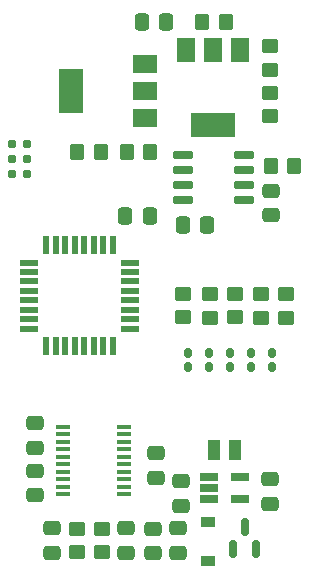
<source format=gbr>
%TF.GenerationSoftware,KiCad,Pcbnew,(6.0.10)*%
%TF.CreationDate,2023-02-16T14:40:38+00:00*%
%TF.ProjectId,Supplytest,53757070-6c79-4746-9573-742e6b696361,rev?*%
%TF.SameCoordinates,Original*%
%TF.FileFunction,Paste,Top*%
%TF.FilePolarity,Positive*%
%FSLAX46Y46*%
G04 Gerber Fmt 4.6, Leading zero omitted, Abs format (unit mm)*
G04 Created by KiCad (PCBNEW (6.0.10)) date 2023-02-16 14:40:38*
%MOMM*%
%LPD*%
G01*
G04 APERTURE LIST*
G04 Aperture macros list*
%AMRoundRect*
0 Rectangle with rounded corners*
0 $1 Rounding radius*
0 $2 $3 $4 $5 $6 $7 $8 $9 X,Y pos of 4 corners*
0 Add a 4 corners polygon primitive as box body*
4,1,4,$2,$3,$4,$5,$6,$7,$8,$9,$2,$3,0*
0 Add four circle primitives for the rounded corners*
1,1,$1+$1,$2,$3*
1,1,$1+$1,$4,$5*
1,1,$1+$1,$6,$7*
1,1,$1+$1,$8,$9*
0 Add four rect primitives between the rounded corners*
20,1,$1+$1,$2,$3,$4,$5,0*
20,1,$1+$1,$4,$5,$6,$7,0*
20,1,$1+$1,$6,$7,$8,$9,0*
20,1,$1+$1,$8,$9,$2,$3,0*%
G04 Aperture macros list end*
%ADD10R,1.200000X0.400000*%
%ADD11RoundRect,0.250000X0.475000X-0.337500X0.475000X0.337500X-0.475000X0.337500X-0.475000X-0.337500X0*%
%ADD12RoundRect,0.250000X-0.475000X0.337500X-0.475000X-0.337500X0.475000X-0.337500X0.475000X0.337500X0*%
%ADD13R,2.000000X1.500000*%
%ADD14R,2.000000X3.800000*%
%ADD15R,1.020000X1.780000*%
%ADD16RoundRect,0.160000X0.160000X-0.222500X0.160000X0.222500X-0.160000X0.222500X-0.160000X-0.222500X0*%
%ADD17RoundRect,0.150000X0.725000X0.150000X-0.725000X0.150000X-0.725000X-0.150000X0.725000X-0.150000X0*%
%ADD18RoundRect,0.250000X0.337500X0.475000X-0.337500X0.475000X-0.337500X-0.475000X0.337500X-0.475000X0*%
%ADD19RoundRect,0.250000X-0.450000X0.350000X-0.450000X-0.350000X0.450000X-0.350000X0.450000X0.350000X0*%
%ADD20RoundRect,0.150000X0.150000X-0.587500X0.150000X0.587500X-0.150000X0.587500X-0.150000X-0.587500X0*%
%ADD21RoundRect,0.250000X0.350000X0.450000X-0.350000X0.450000X-0.350000X-0.450000X0.350000X-0.450000X0*%
%ADD22R,1.560000X0.650000*%
%ADD23R,1.500000X2.000000*%
%ADD24R,3.800000X2.000000*%
%ADD25C,0.787000*%
%ADD26RoundRect,0.250000X0.450000X-0.350000X0.450000X0.350000X-0.450000X0.350000X-0.450000X-0.350000X0*%
%ADD27R,0.550000X1.600000*%
%ADD28R,1.600000X0.550000*%
%ADD29R,1.200000X0.900000*%
G04 APERTURE END LIST*
D10*
%TO.C,U4*%
X201290000Y-105090000D03*
X201290000Y-105725000D03*
X201290000Y-106360000D03*
X201290000Y-106995000D03*
X201290000Y-107630000D03*
X201290000Y-108265000D03*
X201290000Y-108900000D03*
X201290000Y-109535000D03*
X201290000Y-110170000D03*
X201290000Y-110805000D03*
X206490000Y-110805000D03*
X206490000Y-110170000D03*
X206490000Y-109535000D03*
X206490000Y-108900000D03*
X206490000Y-108265000D03*
X206490000Y-107630000D03*
X206490000Y-106995000D03*
X206490000Y-106360000D03*
X206490000Y-105725000D03*
X206490000Y-105090000D03*
%TD*%
D11*
%TO.C,C10*%
X209170000Y-109375000D03*
X209170000Y-107300000D03*
%TD*%
D12*
%TO.C,FB1*%
X208880000Y-113690000D03*
X208880000Y-115765000D03*
%TD*%
D13*
%TO.C,Q2*%
X208270000Y-78967500D03*
D14*
X201970000Y-76667500D03*
D13*
X208270000Y-76667500D03*
X208270000Y-74367500D03*
%TD*%
D15*
%TO.C,L1*%
X214080000Y-107037500D03*
X215860000Y-107037500D03*
%TD*%
D16*
%TO.C,D5*%
X217200976Y-100010000D03*
X217200976Y-98865000D03*
%TD*%
D17*
%TO.C,U1*%
X216575000Y-85902500D03*
X216575000Y-84632500D03*
X216575000Y-83362500D03*
X216575000Y-82092500D03*
X211425000Y-82092500D03*
X211425000Y-83362500D03*
X211425000Y-84632500D03*
X211425000Y-85902500D03*
%TD*%
D18*
%TO.C,C1*%
X213497500Y-87977500D03*
X211422500Y-87977500D03*
%TD*%
D19*
%TO.C,R11*%
X218040000Y-93837500D03*
X218040000Y-95837500D03*
%TD*%
D11*
%TO.C,C3*%
X218940000Y-87185000D03*
X218940000Y-85110000D03*
%TD*%
D20*
%TO.C,D4*%
X216660000Y-113580000D03*
X215710000Y-115455000D03*
X217610000Y-115455000D03*
%TD*%
D12*
%TO.C,C9*%
X198900000Y-108815000D03*
X198900000Y-110890000D03*
%TD*%
D19*
%TO.C,R13*%
X215860000Y-93817500D03*
X215860000Y-95817500D03*
%TD*%
D21*
%TO.C,R1*%
X220880000Y-83017500D03*
X218880000Y-83017500D03*
%TD*%
%TO.C,R4*%
X208690000Y-81777500D03*
X206690000Y-81777500D03*
%TD*%
D19*
%TO.C,R10*%
X220200000Y-93847500D03*
X220200000Y-95847500D03*
%TD*%
D22*
%TO.C,U3*%
X213620000Y-109327500D03*
X213620000Y-110277500D03*
X213620000Y-111227500D03*
X216320000Y-111227500D03*
X216320000Y-109327500D03*
%TD*%
D18*
%TO.C,C7*%
X210027500Y-70817500D03*
X207952500Y-70817500D03*
%TD*%
D16*
%TO.C,D6*%
X213659024Y-100010000D03*
X213659024Y-98865000D03*
%TD*%
D19*
%TO.C,R8*%
X218810000Y-76797500D03*
X218810000Y-78797500D03*
%TD*%
D21*
%TO.C,R5*%
X204478095Y-81787500D03*
X202478095Y-81787500D03*
%TD*%
D23*
%TO.C,Q1*%
X216310000Y-73207500D03*
D24*
X214010000Y-79507500D03*
D23*
X214010000Y-73207500D03*
X211710000Y-73207500D03*
%TD*%
D11*
%TO.C,C4*%
X206660000Y-115755000D03*
X206660000Y-113680000D03*
%TD*%
%TO.C,C8*%
X211290000Y-111755000D03*
X211290000Y-109680000D03*
%TD*%
D25*
%TO.C,J5*%
X196975000Y-81132500D03*
X198245000Y-81132500D03*
X196975000Y-82402500D03*
X198245000Y-82402500D03*
X196975000Y-83672500D03*
X198245000Y-83672500D03*
%TD*%
D16*
%TO.C,D7*%
X215430000Y-100010000D03*
X215430000Y-98865000D03*
%TD*%
D19*
%TO.C,R12*%
X213700000Y-93827500D03*
X213700000Y-95827500D03*
%TD*%
D21*
%TO.C,R3*%
X215060000Y-70807500D03*
X213060000Y-70807500D03*
%TD*%
D12*
%TO.C,C5*%
X211070000Y-113670000D03*
X211070000Y-115745000D03*
%TD*%
D26*
%TO.C,R6*%
X204560000Y-115717500D03*
X204560000Y-113717500D03*
%TD*%
D16*
%TO.C,D3*%
X218971953Y-100010000D03*
X218971953Y-98865000D03*
%TD*%
D26*
%TO.C,R9*%
X202500000Y-115717500D03*
X202500000Y-113717500D03*
%TD*%
D11*
%TO.C,C12*%
X198910000Y-106850000D03*
X198910000Y-104775000D03*
%TD*%
D19*
%TO.C,R2*%
X211450000Y-93817500D03*
X211450000Y-95817500D03*
%TD*%
D16*
%TO.C,D1*%
X211888048Y-100010000D03*
X211888048Y-98865000D03*
%TD*%
D18*
%TO.C,C2*%
X208637500Y-87227500D03*
X206562500Y-87227500D03*
%TD*%
D11*
%TO.C,C6*%
X200380000Y-115755000D03*
X200380000Y-113680000D03*
%TD*%
D19*
%TO.C,R7*%
X218810000Y-72877500D03*
X218810000Y-74877500D03*
%TD*%
D27*
%TO.C,U2*%
X205490000Y-89717500D03*
X204690000Y-89717500D03*
X203890000Y-89717500D03*
X203090000Y-89717500D03*
X202290000Y-89717500D03*
X201490000Y-89717500D03*
X200690000Y-89717500D03*
X199890000Y-89717500D03*
D28*
X198440000Y-91167500D03*
X198440000Y-91967500D03*
X198440000Y-92767500D03*
X198440000Y-93567500D03*
X198440000Y-94367500D03*
X198440000Y-95167500D03*
X198440000Y-95967500D03*
X198440000Y-96767500D03*
D27*
X199890000Y-98217500D03*
X200690000Y-98217500D03*
X201490000Y-98217500D03*
X202290000Y-98217500D03*
X203090000Y-98217500D03*
X203890000Y-98217500D03*
X204690000Y-98217500D03*
X205490000Y-98217500D03*
D28*
X206940000Y-96767500D03*
X206940000Y-95967500D03*
X206940000Y-95167500D03*
X206940000Y-94367500D03*
X206940000Y-93567500D03*
X206940000Y-92767500D03*
X206940000Y-91967500D03*
X206940000Y-91167500D03*
%TD*%
D11*
%TO.C,C11*%
X218810000Y-111605000D03*
X218810000Y-109530000D03*
%TD*%
D29*
%TO.C,D2*%
X213600000Y-113127500D03*
X213600000Y-116427500D03*
%TD*%
M02*

</source>
